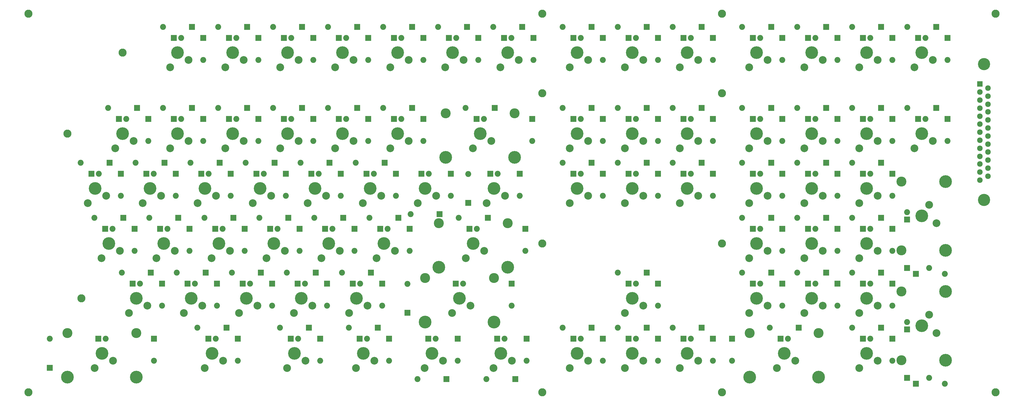
<source format=gbr>
G04 #@! TF.FileFunction,Soldermask,Top*
%FSLAX46Y46*%
G04 Gerber Fmt 4.6, Leading zero omitted, Abs format (unit mm)*
G04 Created by KiCad (PCBNEW 4.0.7) date 01/14/18 03:39:09*
%MOMM*%
%LPD*%
G01*
G04 APERTURE LIST*
%ADD10C,0.100000*%
%ADD11C,2.686000*%
%ADD12C,4.387800*%
%ADD13C,2.051000*%
%ADD14R,2.051000X2.051000*%
%ADD15C,4.400000*%
%ADD16C,3.450000*%
%ADD17C,4.210000*%
%ADD18R,1.924000X1.924000*%
%ADD19C,1.924000*%
%ADD20C,2.800000*%
G04 APERTURE END LIST*
D10*
D11*
X156960000Y-50080000D03*
X163310000Y-47540000D03*
D12*
X159500000Y-45000000D03*
D13*
X177500000Y-47540000D03*
D14*
X177500000Y-39920000D03*
D13*
X160770000Y-39920000D03*
D14*
X158230000Y-39920000D03*
X164500000Y-36110000D03*
D13*
X154500000Y-36110000D03*
D15*
X171400000Y-53240000D03*
D16*
X171400000Y-38000000D03*
D15*
X147600000Y-53240000D03*
D16*
X147600000Y-38000000D03*
D17*
X333500000Y-67995000D03*
X333500000Y-21005000D03*
D18*
X332103000Y-27863000D03*
D19*
X332103000Y-30657000D03*
X332103000Y-33451000D03*
X332103000Y-36245000D03*
X332103000Y-39039000D03*
X332103000Y-41706000D03*
X332103000Y-44500000D03*
X332103000Y-47294000D03*
X332103000Y-50088000D03*
X332103000Y-52882000D03*
X332103000Y-55549000D03*
X332103000Y-58343000D03*
X332103000Y-61137000D03*
X334897000Y-29260000D03*
X334897000Y-32054000D03*
X334897000Y-34848000D03*
X334897000Y-37515000D03*
X334897000Y-40309000D03*
X334897000Y-43103000D03*
X334897000Y-45897000D03*
X334897000Y-48691000D03*
X334897000Y-51358000D03*
X334897000Y-54152000D03*
X334897000Y-56946000D03*
X334897000Y-59740000D03*
D11*
X190460000Y-69080000D03*
X196810000Y-66540000D03*
D12*
X193000000Y-64000000D03*
D13*
X201890000Y-66540000D03*
D14*
X201890000Y-58920000D03*
D13*
X194270000Y-58920000D03*
D14*
X191730000Y-58920000D03*
X198000000Y-55110000D03*
D13*
X188000000Y-55110000D03*
D11*
X209460000Y-126080000D03*
X215810000Y-123540000D03*
D12*
X212000000Y-121000000D03*
D13*
X220890000Y-123540000D03*
D14*
X220890000Y-115920000D03*
D13*
X213270000Y-115920000D03*
D14*
X210730000Y-115920000D03*
X217000000Y-112110000D03*
D13*
X207000000Y-112110000D03*
D11*
X209460000Y-69080000D03*
X215810000Y-66540000D03*
D12*
X212000000Y-64000000D03*
D13*
X220890000Y-66540000D03*
D14*
X220890000Y-58920000D03*
D13*
X213270000Y-58920000D03*
D14*
X210730000Y-58920000D03*
X217000000Y-55110000D03*
D13*
X207000000Y-55110000D03*
D11*
X154585000Y-88080000D03*
X160935000Y-85540000D03*
D12*
X157125000Y-83000000D03*
D13*
X175125000Y-85540000D03*
D14*
X175125000Y-77920000D03*
D13*
X158395000Y-77920000D03*
D14*
X155855000Y-77920000D03*
X162125000Y-74110000D03*
D13*
X152125000Y-74110000D03*
D15*
X169025000Y-91240000D03*
D16*
X169025000Y-76000000D03*
D15*
X145225000Y-91240000D03*
D16*
X145225000Y-76000000D03*
D11*
X52460000Y-22080000D03*
X58810000Y-19540000D03*
D12*
X55000000Y-17000000D03*
D13*
X63890000Y-19540000D03*
D14*
X63890000Y-11920000D03*
D13*
X56270000Y-11920000D03*
D14*
X53730000Y-11920000D03*
X60000000Y-8110000D03*
D13*
X50000000Y-8110000D03*
D11*
X71460000Y-22080000D03*
X77810000Y-19540000D03*
D12*
X74000000Y-17000000D03*
D13*
X82890000Y-19540000D03*
D14*
X82890000Y-11920000D03*
D13*
X75270000Y-11920000D03*
D14*
X72730000Y-11920000D03*
X79000000Y-8110000D03*
D13*
X69000000Y-8110000D03*
D11*
X90460000Y-22080000D03*
X96810000Y-19540000D03*
D12*
X93000000Y-17000000D03*
D13*
X101890000Y-19540000D03*
D14*
X101890000Y-11920000D03*
D13*
X94270000Y-11920000D03*
D14*
X91730000Y-11920000D03*
X98000000Y-8110000D03*
D13*
X88000000Y-8110000D03*
D11*
X109460000Y-22080000D03*
X115810000Y-19540000D03*
D12*
X112000000Y-17000000D03*
D13*
X120890000Y-19540000D03*
D14*
X120890000Y-11920000D03*
D13*
X113270000Y-11920000D03*
D14*
X110730000Y-11920000D03*
X117000000Y-8110000D03*
D13*
X107000000Y-8110000D03*
D11*
X128460000Y-22080000D03*
X134810000Y-19540000D03*
D12*
X131000000Y-17000000D03*
D13*
X139890000Y-19540000D03*
D14*
X139890000Y-11920000D03*
D13*
X132270000Y-11920000D03*
D14*
X129730000Y-11920000D03*
X136000000Y-8110000D03*
D13*
X126000000Y-8110000D03*
D11*
X147460000Y-22080000D03*
X153810000Y-19540000D03*
D12*
X150000000Y-17000000D03*
D13*
X158890000Y-19540000D03*
D14*
X158890000Y-11920000D03*
D13*
X151270000Y-11920000D03*
D14*
X148730000Y-11920000D03*
X155000000Y-8110000D03*
D13*
X145000000Y-8110000D03*
D11*
X166460000Y-22080000D03*
X172810000Y-19540000D03*
D12*
X169000000Y-17000000D03*
D13*
X177890000Y-19540000D03*
D14*
X177890000Y-11920000D03*
D13*
X170270000Y-11920000D03*
D14*
X167730000Y-11920000D03*
X174000000Y-8110000D03*
D13*
X164000000Y-8110000D03*
D11*
X209460000Y-50080000D03*
X215810000Y-47540000D03*
D12*
X212000000Y-45000000D03*
D13*
X220890000Y-47540000D03*
D14*
X220890000Y-39920000D03*
D13*
X213270000Y-39920000D03*
D14*
X210730000Y-39920000D03*
X217000000Y-36110000D03*
D13*
X207000000Y-36110000D03*
D11*
X190460000Y-50080000D03*
X196810000Y-47540000D03*
D12*
X193000000Y-45000000D03*
D13*
X201890000Y-47540000D03*
D14*
X201890000Y-39920000D03*
D13*
X194270000Y-39920000D03*
D14*
X191730000Y-39920000D03*
X198000000Y-36110000D03*
D13*
X188000000Y-36110000D03*
D11*
X90460000Y-50080000D03*
X96810000Y-47540000D03*
D12*
X93000000Y-45000000D03*
D13*
X101890000Y-47540000D03*
D14*
X101890000Y-39920000D03*
D13*
X94270000Y-39920000D03*
D14*
X91730000Y-39920000D03*
X98000000Y-36110000D03*
D13*
X88000000Y-36110000D03*
D11*
X33460000Y-50080000D03*
X39810000Y-47540000D03*
D12*
X36000000Y-45000000D03*
D13*
X44890000Y-47540000D03*
D14*
X44890000Y-39920000D03*
D13*
X37270000Y-39920000D03*
D14*
X34730000Y-39920000D03*
X41000000Y-36110000D03*
D13*
X31000000Y-36110000D03*
D11*
X52460000Y-50080000D03*
X58810000Y-47540000D03*
D12*
X55000000Y-45000000D03*
D13*
X63890000Y-47540000D03*
D14*
X63890000Y-39920000D03*
D13*
X56270000Y-39920000D03*
D14*
X53730000Y-39920000D03*
X60000000Y-36110000D03*
D13*
X50000000Y-36110000D03*
D11*
X71460000Y-50080000D03*
X77810000Y-47540000D03*
D12*
X74000000Y-45000000D03*
D13*
X82890000Y-47540000D03*
D14*
X82890000Y-39920000D03*
D13*
X75270000Y-39920000D03*
D14*
X72730000Y-39920000D03*
X79000000Y-36110000D03*
D13*
X69000000Y-36110000D03*
D11*
X161710000Y-69080000D03*
X168060000Y-66540000D03*
D12*
X164250000Y-64000000D03*
D13*
X173140000Y-66540000D03*
D14*
X173140000Y-58920000D03*
D13*
X165520000Y-58920000D03*
D14*
X162980000Y-58920000D03*
X155360000Y-69000000D03*
D13*
X155360000Y-59000000D03*
D11*
X76210000Y-107080000D03*
X82560000Y-104540000D03*
D12*
X78750000Y-102000000D03*
D13*
X87640000Y-104540000D03*
D14*
X87640000Y-96920000D03*
D13*
X80020000Y-96920000D03*
D14*
X77480000Y-96920000D03*
X83750000Y-93110000D03*
D13*
X73750000Y-93110000D03*
D11*
X128460000Y-50080000D03*
X134810000Y-47540000D03*
D12*
X131000000Y-45000000D03*
D13*
X139890000Y-47540000D03*
D14*
X139890000Y-39920000D03*
D13*
X132270000Y-39920000D03*
D14*
X129730000Y-39920000D03*
X136000000Y-36110000D03*
D13*
X126000000Y-36110000D03*
D11*
X114210000Y-107080000D03*
X120560000Y-104540000D03*
D12*
X116750000Y-102000000D03*
D13*
X125640000Y-104540000D03*
D14*
X125640000Y-96920000D03*
D13*
X118020000Y-96920000D03*
D14*
X115480000Y-96920000D03*
X121750000Y-93110000D03*
D13*
X111750000Y-93110000D03*
D11*
X28710000Y-88080000D03*
X35060000Y-85540000D03*
D12*
X31250000Y-83000000D03*
D13*
X40140000Y-85540000D03*
D14*
X40140000Y-77920000D03*
D13*
X32520000Y-77920000D03*
D14*
X29980000Y-77920000D03*
X36250000Y-74110000D03*
D13*
X26250000Y-74110000D03*
D11*
X61960000Y-69080000D03*
X68310000Y-66540000D03*
D12*
X64500000Y-64000000D03*
D13*
X73390000Y-66540000D03*
D14*
X73390000Y-58920000D03*
D13*
X65770000Y-58920000D03*
D14*
X63230000Y-58920000D03*
X69500000Y-55110000D03*
D13*
X59500000Y-55110000D03*
D11*
X47710000Y-88080000D03*
X54060000Y-85540000D03*
D12*
X50250000Y-83000000D03*
D13*
X59140000Y-85540000D03*
D14*
X59140000Y-77920000D03*
D13*
X51520000Y-77920000D03*
D14*
X48980000Y-77920000D03*
X55250000Y-74110000D03*
D13*
X45250000Y-74110000D03*
D11*
X66710000Y-88080000D03*
X73060000Y-85540000D03*
D12*
X69250000Y-83000000D03*
D13*
X78140000Y-85540000D03*
D14*
X78140000Y-77920000D03*
D13*
X70520000Y-77920000D03*
D14*
X67980000Y-77920000D03*
X74250000Y-74110000D03*
D13*
X64250000Y-74110000D03*
D11*
X85710000Y-88080000D03*
X92060000Y-85540000D03*
D12*
X88250000Y-83000000D03*
D13*
X97140000Y-85540000D03*
D14*
X97140000Y-77920000D03*
D13*
X89520000Y-77920000D03*
D14*
X86980000Y-77920000D03*
X93250000Y-74110000D03*
D13*
X83250000Y-74110000D03*
D11*
X118960000Y-69080000D03*
X125310000Y-66540000D03*
D12*
X121500000Y-64000000D03*
D13*
X130390000Y-66540000D03*
D14*
X130390000Y-58920000D03*
D13*
X122770000Y-58920000D03*
D14*
X120230000Y-58920000D03*
X126500000Y-55110000D03*
D13*
X116500000Y-55110000D03*
D11*
X57210000Y-107080000D03*
X63560000Y-104540000D03*
D12*
X59750000Y-102000000D03*
D13*
X68640000Y-104540000D03*
D14*
X68640000Y-96920000D03*
D13*
X61020000Y-96920000D03*
D14*
X58480000Y-96920000D03*
X64750000Y-93110000D03*
D13*
X54750000Y-93110000D03*
D11*
X109460000Y-50080000D03*
X115810000Y-47540000D03*
D12*
X112000000Y-45000000D03*
D13*
X120890000Y-47540000D03*
D14*
X120890000Y-39920000D03*
D13*
X113270000Y-39920000D03*
D14*
X110730000Y-39920000D03*
X117000000Y-36110000D03*
D13*
X107000000Y-36110000D03*
D11*
X38210000Y-107080000D03*
X44560000Y-104540000D03*
D12*
X40750000Y-102000000D03*
D13*
X49640000Y-104540000D03*
D14*
X49640000Y-96920000D03*
D13*
X42020000Y-96920000D03*
D14*
X39480000Y-96920000D03*
X45750000Y-93110000D03*
D13*
X35750000Y-93110000D03*
D11*
X80960000Y-69080000D03*
X87310000Y-66540000D03*
D12*
X83500000Y-64000000D03*
D13*
X92390000Y-66540000D03*
D14*
X92390000Y-58920000D03*
D13*
X84770000Y-58920000D03*
D14*
X82230000Y-58920000D03*
X88500000Y-55110000D03*
D13*
X78500000Y-55110000D03*
D11*
X99960000Y-69080000D03*
X106310000Y-66540000D03*
D12*
X102500000Y-64000000D03*
D13*
X111390000Y-66540000D03*
D14*
X111390000Y-58920000D03*
D13*
X103770000Y-58920000D03*
D14*
X101230000Y-58920000D03*
X107500000Y-55110000D03*
D13*
X97500000Y-55110000D03*
D11*
X95210000Y-107080000D03*
X101560000Y-104540000D03*
D12*
X97750000Y-102000000D03*
D13*
X106640000Y-104540000D03*
D14*
X106640000Y-96920000D03*
D13*
X99020000Y-96920000D03*
D14*
X96480000Y-96920000D03*
X102750000Y-93110000D03*
D13*
X92750000Y-93110000D03*
D11*
X123710000Y-88080000D03*
X130060000Y-85540000D03*
D12*
X126250000Y-83000000D03*
D13*
X135140000Y-85540000D03*
D14*
X135140000Y-77920000D03*
D13*
X127520000Y-77920000D03*
D14*
X124980000Y-77920000D03*
X131250000Y-74110000D03*
D13*
X121250000Y-74110000D03*
D11*
X137960000Y-69080000D03*
X144310000Y-66540000D03*
D12*
X140500000Y-64000000D03*
D13*
X149390000Y-66540000D03*
D14*
X149390000Y-58920000D03*
D13*
X141770000Y-58920000D03*
D14*
X139230000Y-58920000D03*
X145500000Y-72890000D03*
D13*
X135500000Y-72890000D03*
D11*
X104710000Y-88080000D03*
X111060000Y-85540000D03*
D12*
X107250000Y-83000000D03*
D13*
X116140000Y-85540000D03*
D14*
X116140000Y-77920000D03*
D13*
X108520000Y-77920000D03*
D14*
X105980000Y-77920000D03*
X112250000Y-74110000D03*
D13*
X102250000Y-74110000D03*
D11*
X42960000Y-69080000D03*
X49310000Y-66540000D03*
D12*
X45500000Y-64000000D03*
D13*
X54390000Y-66540000D03*
D14*
X54390000Y-58920000D03*
D13*
X46770000Y-58920000D03*
D14*
X44230000Y-58920000D03*
X50500000Y-55110000D03*
D13*
X40500000Y-55110000D03*
D11*
X23960000Y-69080000D03*
X30310000Y-66540000D03*
D12*
X26500000Y-64000000D03*
D13*
X35390000Y-66540000D03*
D14*
X35390000Y-58920000D03*
D13*
X27770000Y-58920000D03*
D14*
X25230000Y-58920000D03*
X31500000Y-55110000D03*
D13*
X21500000Y-55110000D03*
D11*
X190460000Y-126080000D03*
X196810000Y-123540000D03*
D12*
X193000000Y-121000000D03*
D13*
X201890000Y-123540000D03*
D14*
X201890000Y-115920000D03*
D13*
X194270000Y-115920000D03*
D14*
X191730000Y-115920000D03*
X198000000Y-112110000D03*
D13*
X188000000Y-112110000D03*
D11*
X252460000Y-22080000D03*
X258810000Y-19540000D03*
D12*
X255000000Y-17000000D03*
D13*
X263890000Y-19540000D03*
D14*
X263890000Y-11920000D03*
D13*
X256270000Y-11920000D03*
D14*
X253730000Y-11920000D03*
X260000000Y-8110000D03*
D13*
X250000000Y-8110000D03*
D11*
X271460000Y-22080000D03*
X277810000Y-19540000D03*
D12*
X274000000Y-17000000D03*
D13*
X282890000Y-19540000D03*
D14*
X282890000Y-11920000D03*
D13*
X275270000Y-11920000D03*
D14*
X272730000Y-11920000D03*
X279000000Y-8110000D03*
D13*
X269000000Y-8110000D03*
D11*
X290460000Y-22080000D03*
X296810000Y-19540000D03*
D12*
X293000000Y-17000000D03*
D13*
X301890000Y-19540000D03*
D14*
X301890000Y-11920000D03*
D13*
X294270000Y-11920000D03*
D14*
X291730000Y-11920000D03*
X298000000Y-8110000D03*
D13*
X288000000Y-8110000D03*
D11*
X309460000Y-22080000D03*
X315810000Y-19540000D03*
D12*
X312000000Y-17000000D03*
D13*
X320890000Y-19540000D03*
D14*
X320890000Y-11920000D03*
D13*
X313270000Y-11920000D03*
D14*
X310730000Y-11920000D03*
X317000000Y-8110000D03*
D13*
X307000000Y-8110000D03*
D11*
X261960000Y-126080000D03*
X268310000Y-123540000D03*
D12*
X264500000Y-121000000D03*
D13*
X246500000Y-123540000D03*
D14*
X246500000Y-115920000D03*
D13*
X265770000Y-115920000D03*
D14*
X263230000Y-115920000D03*
X269500000Y-112110000D03*
D13*
X259500000Y-112110000D03*
D15*
X276400000Y-129240000D03*
D16*
X276400000Y-114000000D03*
D15*
X252600000Y-129240000D03*
D16*
X252600000Y-114000000D03*
D11*
X252460000Y-107080000D03*
X258810000Y-104540000D03*
D12*
X255000000Y-102000000D03*
D13*
X263890000Y-104540000D03*
D14*
X263890000Y-96920000D03*
D13*
X256270000Y-96920000D03*
D14*
X253730000Y-96920000D03*
X260000000Y-93110000D03*
D13*
X250000000Y-93110000D03*
D11*
X271460000Y-107080000D03*
X277810000Y-104540000D03*
D12*
X274000000Y-102000000D03*
D13*
X282890000Y-104540000D03*
D14*
X282890000Y-96920000D03*
D13*
X275270000Y-96920000D03*
D14*
X272730000Y-96920000D03*
X279000000Y-93110000D03*
D13*
X269000000Y-93110000D03*
D11*
X290460000Y-107080000D03*
X296810000Y-104540000D03*
D12*
X293000000Y-102000000D03*
D13*
X301890000Y-104540000D03*
D14*
X301890000Y-96920000D03*
D13*
X294270000Y-96920000D03*
D14*
X291730000Y-96920000D03*
X298000000Y-93110000D03*
D13*
X288000000Y-93110000D03*
D11*
X252460000Y-88080000D03*
X258810000Y-85540000D03*
D12*
X255000000Y-83000000D03*
D13*
X263890000Y-85540000D03*
D14*
X263890000Y-77920000D03*
D13*
X256270000Y-77920000D03*
D14*
X253730000Y-77920000D03*
X260000000Y-74110000D03*
D13*
X250000000Y-74110000D03*
D11*
X271460000Y-88080000D03*
X277810000Y-85540000D03*
D12*
X274000000Y-83000000D03*
D13*
X282890000Y-85540000D03*
D14*
X282890000Y-77920000D03*
D13*
X275270000Y-77920000D03*
D14*
X272730000Y-77920000D03*
X279000000Y-74110000D03*
D13*
X269000000Y-74110000D03*
D11*
X290460000Y-88080000D03*
X296810000Y-85540000D03*
D12*
X293000000Y-83000000D03*
D13*
X301890000Y-85540000D03*
D14*
X301890000Y-77920000D03*
D13*
X294270000Y-77920000D03*
D14*
X291730000Y-77920000D03*
X298000000Y-74110000D03*
D13*
X288000000Y-74110000D03*
D11*
X252460000Y-69080000D03*
X258810000Y-66540000D03*
D12*
X255000000Y-64000000D03*
D13*
X263890000Y-66540000D03*
D14*
X263890000Y-58920000D03*
D13*
X256270000Y-58920000D03*
D14*
X253730000Y-58920000D03*
X260000000Y-55110000D03*
D13*
X250000000Y-55110000D03*
D11*
X271460000Y-69080000D03*
X277810000Y-66540000D03*
D12*
X274000000Y-64000000D03*
D13*
X282890000Y-66540000D03*
D14*
X282890000Y-58920000D03*
D13*
X275270000Y-58920000D03*
D14*
X272730000Y-58920000D03*
X279000000Y-55110000D03*
D13*
X269000000Y-55110000D03*
D11*
X290460000Y-69080000D03*
X296810000Y-66540000D03*
D12*
X293000000Y-64000000D03*
D13*
X301890000Y-66540000D03*
D14*
X301890000Y-58920000D03*
D13*
X294270000Y-58920000D03*
D14*
X291730000Y-58920000D03*
X298000000Y-55110000D03*
D13*
X288000000Y-55110000D03*
D11*
X290460000Y-50080000D03*
X296810000Y-47540000D03*
D12*
X293000000Y-45000000D03*
D13*
X301890000Y-47540000D03*
D14*
X301890000Y-39920000D03*
D13*
X294270000Y-39920000D03*
D14*
X291730000Y-39920000D03*
X298000000Y-36110000D03*
D13*
X288000000Y-36110000D03*
D11*
X317080000Y-114040000D03*
X314540000Y-107690000D03*
D12*
X312000000Y-111500000D03*
D13*
X314540000Y-129500000D03*
D14*
X306920000Y-129500000D03*
D13*
X306920000Y-110230000D03*
D14*
X306920000Y-112770000D03*
X310000000Y-131500000D03*
D13*
X320000000Y-131500000D03*
D15*
X320240000Y-99600000D03*
D16*
X305000000Y-99600000D03*
D15*
X320240000Y-123400000D03*
D16*
X305000000Y-123400000D03*
D11*
X252460000Y-50080000D03*
X258810000Y-47540000D03*
D12*
X255000000Y-45000000D03*
D13*
X263890000Y-47540000D03*
D14*
X263890000Y-39920000D03*
D13*
X256270000Y-39920000D03*
D14*
X253730000Y-39920000D03*
X260000000Y-36110000D03*
D13*
X250000000Y-36110000D03*
D11*
X309460000Y-50080000D03*
X315810000Y-47540000D03*
D12*
X312000000Y-45000000D03*
D13*
X320890000Y-47540000D03*
D14*
X320890000Y-39920000D03*
D13*
X313270000Y-39920000D03*
D14*
X310730000Y-39920000D03*
X317000000Y-36110000D03*
D13*
X307000000Y-36110000D03*
D11*
X290460000Y-126080000D03*
X296810000Y-123540000D03*
D12*
X293000000Y-121000000D03*
D13*
X301890000Y-123540000D03*
D14*
X301890000Y-115920000D03*
D13*
X294270000Y-115920000D03*
D14*
X291730000Y-115920000D03*
X298000000Y-112110000D03*
D13*
X288000000Y-112110000D03*
D11*
X317080000Y-76040000D03*
X314540000Y-69690000D03*
D12*
X312000000Y-73500000D03*
D13*
X314540000Y-91500000D03*
D14*
X306920000Y-91500000D03*
D13*
X306920000Y-72230000D03*
D14*
X306920000Y-74770000D03*
X310000000Y-93500000D03*
D13*
X320000000Y-93500000D03*
D15*
X320240000Y-61600000D03*
D16*
X305000000Y-61600000D03*
D15*
X320240000Y-85400000D03*
D16*
X305000000Y-85400000D03*
D11*
X271460000Y-50080000D03*
X277810000Y-47540000D03*
D12*
X274000000Y-45000000D03*
D13*
X282890000Y-47540000D03*
D14*
X282890000Y-39920000D03*
D13*
X275270000Y-39920000D03*
D14*
X272730000Y-39920000D03*
X279000000Y-36110000D03*
D13*
X269000000Y-36110000D03*
D11*
X228460000Y-69080000D03*
X234810000Y-66540000D03*
D12*
X231000000Y-64000000D03*
D13*
X239890000Y-66540000D03*
D14*
X239890000Y-58920000D03*
D13*
X232270000Y-58920000D03*
D14*
X229730000Y-58920000D03*
X236000000Y-55110000D03*
D13*
X226000000Y-55110000D03*
D11*
X228460000Y-50080000D03*
X234810000Y-47540000D03*
D12*
X231000000Y-45000000D03*
D13*
X239890000Y-47540000D03*
D14*
X239890000Y-39920000D03*
D13*
X232270000Y-39920000D03*
D14*
X229730000Y-39920000D03*
X236000000Y-36110000D03*
D13*
X226000000Y-36110000D03*
D11*
X228460000Y-22080000D03*
X234810000Y-19540000D03*
D12*
X231000000Y-17000000D03*
D13*
X239890000Y-19540000D03*
D14*
X239890000Y-11920000D03*
D13*
X232270000Y-11920000D03*
D14*
X229730000Y-11920000D03*
X236000000Y-8110000D03*
D13*
X226000000Y-8110000D03*
D11*
X190460000Y-22080000D03*
X196810000Y-19540000D03*
D12*
X193000000Y-17000000D03*
D13*
X201890000Y-19540000D03*
D14*
X201890000Y-11920000D03*
D13*
X194270000Y-11920000D03*
D14*
X191730000Y-11920000D03*
X198000000Y-8110000D03*
D13*
X188000000Y-8110000D03*
D11*
X228460000Y-126080000D03*
X234810000Y-123540000D03*
D12*
X231000000Y-121000000D03*
D13*
X239890000Y-123540000D03*
D14*
X239890000Y-115920000D03*
D13*
X232270000Y-115920000D03*
D14*
X229730000Y-115920000D03*
X236000000Y-112110000D03*
D13*
X226000000Y-112110000D03*
D11*
X92835000Y-126080000D03*
X99185000Y-123540000D03*
D12*
X95375000Y-121000000D03*
D13*
X104265000Y-123540000D03*
D14*
X104265000Y-115920000D03*
D13*
X96645000Y-115920000D03*
D14*
X94105000Y-115920000D03*
X100375000Y-112110000D03*
D13*
X90375000Y-112110000D03*
D11*
X164085000Y-126080000D03*
X170435000Y-123540000D03*
D12*
X166625000Y-121000000D03*
D13*
X175515000Y-123540000D03*
D14*
X175515000Y-115920000D03*
D13*
X167895000Y-115920000D03*
D14*
X165355000Y-115920000D03*
X171625000Y-129890000D03*
D13*
X161625000Y-129890000D03*
D11*
X64335000Y-126080000D03*
X70685000Y-123540000D03*
D12*
X66875000Y-121000000D03*
D13*
X75765000Y-123540000D03*
D14*
X75765000Y-115920000D03*
D13*
X68145000Y-115920000D03*
D14*
X65605000Y-115920000D03*
X71875000Y-112110000D03*
D13*
X61875000Y-112110000D03*
D11*
X140335000Y-126080000D03*
X146685000Y-123540000D03*
D12*
X142875000Y-121000000D03*
D13*
X151765000Y-123540000D03*
D14*
X151765000Y-115920000D03*
D13*
X144145000Y-115920000D03*
D14*
X141605000Y-115920000D03*
X147875000Y-129890000D03*
D13*
X137875000Y-129890000D03*
D11*
X149835000Y-107080000D03*
X156185000Y-104540000D03*
D12*
X152375000Y-102000000D03*
D13*
X170375000Y-104540000D03*
D14*
X170375000Y-96920000D03*
D13*
X153645000Y-96920000D03*
D14*
X151105000Y-96920000D03*
X134375000Y-107000000D03*
D13*
X134375000Y-97000000D03*
D15*
X164275000Y-110240000D03*
D16*
X164275000Y-95000000D03*
D15*
X140475000Y-110240000D03*
D16*
X140475000Y-95000000D03*
D11*
X26335000Y-126080000D03*
X32685000Y-123540000D03*
D12*
X28875000Y-121000000D03*
D13*
X46875000Y-123540000D03*
D14*
X46875000Y-115920000D03*
D13*
X30145000Y-115920000D03*
D14*
X27605000Y-115920000D03*
X10875000Y-126000000D03*
D13*
X10875000Y-116000000D03*
D15*
X40775000Y-129240000D03*
D16*
X40775000Y-114000000D03*
D15*
X16975000Y-129240000D03*
D16*
X16975000Y-114000000D03*
D11*
X116585000Y-126080000D03*
X122935000Y-123540000D03*
D12*
X119125000Y-121000000D03*
D13*
X128015000Y-123540000D03*
D14*
X128015000Y-115920000D03*
D13*
X120395000Y-115920000D03*
D14*
X117855000Y-115920000D03*
X124125000Y-112110000D03*
D13*
X114125000Y-112110000D03*
D11*
X209460000Y-22080000D03*
X215810000Y-19540000D03*
D12*
X212000000Y-17000000D03*
D13*
X220890000Y-19540000D03*
D14*
X220890000Y-11920000D03*
D13*
X213270000Y-11920000D03*
D14*
X210730000Y-11920000D03*
X217000000Y-8110000D03*
D13*
X207000000Y-8110000D03*
D11*
X209460000Y-107080000D03*
X215810000Y-104540000D03*
D12*
X212000000Y-102000000D03*
D13*
X220890000Y-104540000D03*
D14*
X220890000Y-96920000D03*
D13*
X213270000Y-96920000D03*
D14*
X210730000Y-96920000D03*
X217000000Y-93110000D03*
D13*
X207000000Y-93110000D03*
D20*
X3500000Y-3500000D03*
X3500000Y-134500000D03*
X337500000Y-3500000D03*
X337500000Y-134500000D03*
X36000000Y-17000000D03*
X17000000Y-45000000D03*
X21750000Y-102000000D03*
X181000000Y-3500000D03*
X243000000Y-3500000D03*
X181000000Y-31000000D03*
X243000000Y-31000000D03*
X181000000Y-83000000D03*
X243000000Y-83000000D03*
X181000000Y-134500000D03*
X243000000Y-134500000D03*
M02*

</source>
